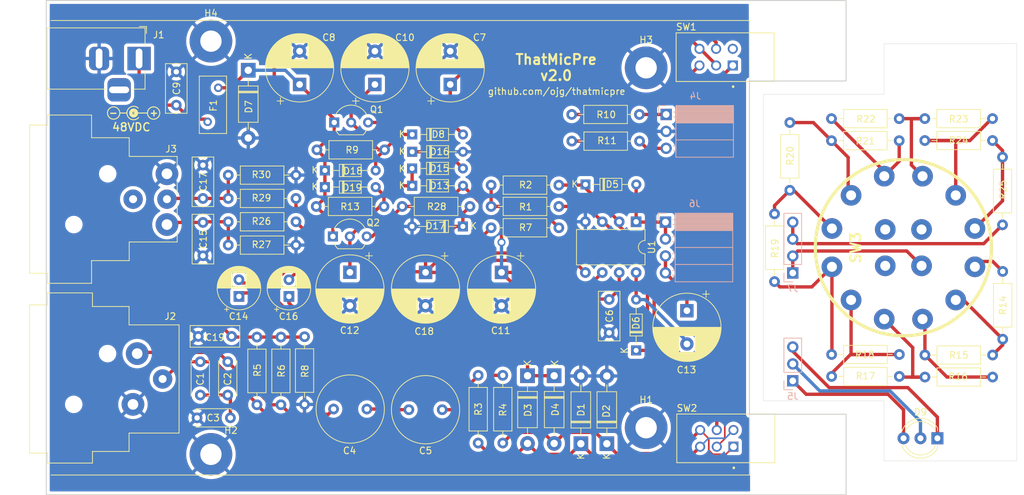
<source format=kicad_pcb>
(kicad_pcb (version 20211014) (generator pcbnew)
  (title_block (title "THAT MicPre") (date "2020-04-13") (rev "A") (company "OJG"))
  (layers (0 "F.Cu" signal) (31 "B.Cu" signal) (34 "B.Paste" user) (35 "F.Paste" user) (36 "B.SilkS" user "B.Silkscreen") (37 "F.SilkS" user "F.Silkscreen") (38 "B.Mask" user) (39 "F.Mask" user) (44 "Edge.Cuts" user))
  (net 0 "")
  (net 1 "Net-(C1-Pad1)")
  (net 2 "Net-(C1-Pad2)")
  (net 3 "GND")
  (net 4 "Net-(C4-Pad2)")
  (net 5 "Net-(C5-Pad2)")
  (net 6 "/V36P")
  (net 7 "/V48P")
  (net 8 "/VIN")
  (net 9 "Net-(C9-Pad1)")
  (net 10 "Net-(C10-Pad1)")
  (net 11 "Net-(C12-Pad1)")
  (net 12 "Net-(C14-Pad2)")
  (net 13 "Net-(C16-Pad2)")
  (net 14 "Net-(D1-Pad1)")
  (net 15 "Net-(D2-Pad1)")
  (net 16 "Net-(D15-Pad2)")
  (net 18 "Net-(R1-Pad2)")
  (net 19 "Net-(C13-Pad2)")
  (net 20 "Net-(R10-Pad1)")
  (net 21 "Net-(R14-Pad1)")
  (net 22 "Net-(R14-Pad2)")
  (net 23 "Net-(R15-Pad1)")
  (net 24 "Net-(R16-Pad1)")
  (net 25 "Net-(R17-Pad1)")
  (net 26 "Net-(R18-Pad1)")
  (net 27 "Net-(R19-Pad1)")
  (net 28 "Net-(R20-Pad1)")
  (net 29 "Net-(R21-Pad1)")
  (net 30 "Net-(R22-Pad1)")
  (net 31 "Net-(R23-Pad1)")
  (net 32 "Net-(R24-Pad1)")
  (net 33 "Net-(D5-Pad1)")
  (net 34 "Net-(D6-Pad1)")
  (net 35 "Net-(C13-Pad1)")
  (net 36 "Net-(C17-Pad1)")
  (net 37 "Net-(C14-Pad1)")
  (net 38 "Net-(C2-Pad1)")
  (net 39 "Net-(D5-Pad2)")
  (net 40 "Net-(C15-Pad1)")
  (net 41 "/V18P")
  (net 42 "Net-(D9-Pad1)")
  (net 43 "Net-(D9-Pad2)")
  (net 44 "Net-(D9-Pad3)")
  (net 45 "Net-(C19-Pad1)")
  (net 46 "Net-(J4-Pad3)")
  (net 47 "Net-(J4-Pad1)")
  (net 48 "Net-(J7-Pad3)")
  (net 49 "Net-(R11-Pad1)")
  (net 51 "Net-(J7-Pad1)")
  (footprint "Resistor_THT:R_Axial_DIN0207_L6.3mm_D2.5mm_P10.16mm_Horizontal" (layer "F.Cu") (at 225.27 59.21128 180)
    (fp_text reference "R24")
    (fp_text value "8R2")
  )
  (footprint "Capacitor_THT:CP_Radial_D10.0mm_P5.00mm" (layer "F.Cu") (at 132.6 50.8 90)
    (fp_text reference "C10")
    (fp_text value "220u-63V")
  )
  (footprint "Capacitor_THT:C_Rect_L7.2mm_W3.0mm_P5.00mm_FKS2_FKP2_MKS2_MKP2" (layer "F.Cu") (at 167.75 83.05 -90)
    (fp_text reference "C6")
    (fp_text value "100n")
  )
  (footprint "Package_TO_SOT_THT:TO-92_Inline_Wide" (layer "F.Cu") (at 126.3 73.6)
    (fp_text reference "Q2")
    (fp_text value "BC546CTA")
  )
  (footprint "Resistor_THT:R_Axial_DIN0207_L6.3mm_D2.5mm_P10.16mm_Horizontal" (layer "F.Cu") (at 160.2 69.1 180)
    (fp_text reference "R1")
    (fp_text value "1k2-0.1%")
  )
  (footprint "Diode_THT:D_DO-41_SOD81_P10.16mm_Horizontal" (layer "F.Cu") (at 159.5 94.5 -90)
    (fp_text reference "D4")
    (fp_text value "1N4004")
  )
  (footprint "Symbol:Symbol_Barrel_Polarity" (layer "F.Cu") (at 96.4 55.009022)
    (fp_text reference "LOGO4" hide)
    (fp_text value "SYM_Arrow_Normal")
  )
  (footprint "Resistor_THT:R_Axial_DIN0207_L6.3mm_D2.5mm_P10.16mm_Horizontal" (layer "F.Cu") (at 194.856368 56.514 -90)
    (fp_text reference "R20")
    (fp_text value "82R")
  )
  (footprint "Package_DIP:DIP-8_W7.62mm" (layer "F.Cu") (at 171.8 71.4 -90)
    (fp_text reference "U1")
    (fp_text value "THAT1510P08-U")
  )
  (footprint "Resistor_THT:R_Axial_DIN0207_L6.3mm_D2.5mm_P10.16mm_Horizontal" (layer "F.Cu") (at 215.13 94.698544)
    (fp_text reference "R16")
    (fp_text value "1k0")
  )
  (footprint "Resistor_THT:R_Axial_DIN0207_L6.3mm_D2.5mm_P10.16mm_Horizontal" (layer "F.Cu") (at 114.9 88.7 -90)
    (fp_text reference "R5")
    (fp_text value "6k8-0.1%-0.5W")
  )
  (footprint "Capacitor_THT:CP_Radial_D10.0mm_P5.00mm" (layer "F.Cu") (at 151.6 79 -90)
    (fp_text reference "C11")
    (fp_text value "220u-63V")
  )
  (footprint "Capacitor_THT:CP_Radial_D6.3mm_P2.50mm" (layer "F.Cu") (at 119.7 82.6 90)
    (fp_text reference "C16")
    (fp_text value "47u-50V")
  )
  (footprint "Resistor_THT:R_Axial_DIN0207_L6.3mm_D2.5mm_P10.16mm_Horizontal" (layer "F.Cu") (at 211.27 59.233096 180)
    (fp_text reference "R21")
    (fp_text value "47R")
  )
  (footprint "Resistor_THT:R_Axial_DIN0207_L6.3mm_D2.5mm_P10.16mm_Horizontal" (layer "F.Cu") (at 151.79 104.6 90)
    (fp_text reference "R4")
    (fp_text value "10R-1W")
  )
  (footprint "Capacitor_THT:C_Disc_D5.0mm_W2.5mm_P5.00mm" (layer "F.Cu") (at 106.4 92.4 -90)
    (fp_text reference "C1")
    (fp_text value "470p")
  )
  (footprint "Symbol:Symbol_CreativeCommons_CopperTop_Type2_Small" (layer "F.Cu") (at 141.25486 90.53094)
    (fp_text reference "LOGO3" hide)
    (fp_text value "Logo_Open_Hardware_Small")
  )
  (footprint "Diode_THT:D_DO-41_SOD81_P10.16mm_Horizontal" (layer "F.Cu") (at 155.5 94.5 -90)
    (fp_text reference "D3")
    (fp_text value "1N4004")
  )
  (footprint "Fuse:Fuse_BelFuse_0ZRE0005FF_L8.3mm_W3.8mm" (layer "F.Cu") (at 107.5 56.4 90)
    (fp_text reference "F1")
    (fp_text value "0ZRC0015FF1E")
  )
  (footprint "Capacitor_THT:C_Rect_L7.2mm_W3.0mm_P5.00mm_FKS2_FKP2_MKS2_MKP2" (layer "F.Cu") (at 106.8 71.5 -90)
    (fp_text reference "C15")
    (fp_text value "10n")
  )
  (footprint "Symbol:Symbol_CC-Attribution_CopperTop_Small" (layer "F.Cu") (at 127.69486 90.43094)
    (fp_text reference "LOGO2" hide)
    (fp_text value "Logo_Open_Hardware_Small")
  )
  (footprint "Capacitor_THT:C_Rect_L7.2mm_W3.0mm_P5.00mm_FKS2_FKP2_MKS2_MKP2" (layer "F.Cu") (at 102.8 53.9 90)
    (fp_text reference "C9")
    (fp_text value "10n")
  )
  (footprint "Resistor_THT:R_Axial_DIN0207_L6.3mm_D2.5mm_P10.16mm_Horizontal" (layer "F.Cu") (at 148.1 104.6 90)
    (fp_text reference "R3")
    (fp_text value "10R-1W")
  )
  (footprint "my_kicad_footprints:SW_PBH2UEESNPNAGX" (layer "F.Cu") (at 186.3 47.95)
    (fp_text reference "SW1")
    (fp_text value "PBH2UEESNPNAGX")
  )
  (footprint "Capacitor_THT:CP_Radial_D6.3mm_P2.50mm" (layer "F.Cu") (at 112.2 82.6 90)
    (fp_text reference "C14")
    (fp_text value "47u-50V")
  )
  (footprint "Diode_THT:D_DO-34_SOD68_P7.62mm_Horizontal" (layer "F.Cu") (at 125.1 63.7)
    (fp_text reference "D18")
    (fp_text value "1N4148")
  )
  (footprint "Capacitor_THT:C_Radial_D10.0mm_H16.0mm_P5.00mm" (layer "F.Cu") (at 126.4 99.5)
    (fp_text reference "C4")
    (fp_text value "47u-63V-BP")
  )
  (footprint "Diode_THT:D_DO-34_SOD68_P7.62mm_Horizontal" (layer "F.Cu") (at 138.2 60.9)
    (fp_text reference "D16")
    (fp_text value "18V")
  )
  (footprint "Connector_Audio:Jack_XLR_Neutrik_NC3FBH1_Horizontal" (layer "F.Cu") (at 96.3 98.8 180)
    (fp_text reference "J2")
    (fp_text value "NC3FBH1")
  )
  (footprint "Resistor_THT:R_Axial_DIN0207_L6.3mm_D2.5mm_P10.16mm_Horizontal" (layer "F.Cu") (at 122.046 88.644 -90)
    (fp_text reference "R8")
    (fp_text value "47k")
  )
  (footprint "Diode_THT:D_DO-41_SOD81_P10.16mm_Horizontal" (layer "F.Cu") (at 163.5 104.7 90)
    (fp_text reference "D1")
    (fp_text value "1N4004")
  )
  (footprint "Diode_THT:D_DO-34_SOD68_P7.62mm_Horizontal" (layer "F.Cu") (at 171.8 90.7 90)
    (fp_text reference "D6")
    (fp_text value "1N4148")
  )
  (footprint "Capacitor_THT:C_Rect_L7.2mm_W3.0mm_P5.00mm_FKS2_FKP2_MKS2_MKP2" (layer "F.Cu") (at 111.1 88.6 180)
    (fp_text reference "C19")
    (fp_text value "100n")
  )
  (footprint "MountingHole:MountingHole_3.2mm_M3_Pad" (layer "F.Cu") (at 173.3 48.3)
    (fp_text reference "H3")
    (fp_text value "M3")
  )
  (footprint "Diode_THT:D_DO-41_SOD81_P10.16mm_Horizontal" (layer "F.Cu") (at 113.6 48.668 -90)
    (fp_text reference "D7")
    (fp_text value "1N4004")
  )
  (footprint "Resistor_THT:R_Axial_DIN0207_L6.3mm_D2.5mm_P10.16mm_Horizontal" (layer "F.Cu") (at 215.13 91.391272)
    (fp_text reference "R15")
    (fp_text value "2k7")
  )
  (footprint "Diode_THT:D_DO-34_SOD68_P7.62mm_Horizontal" (layer "F.Cu") (at 145.8 72.1 180)
    (fp_text reference "D17")
    (fp_text value "18V")
  )
  (footprint "Resistor_THT:R_Axial_DIN0207_L6.3mm_D2.5mm_P10.16mm_Horizontal" (layer "F.Cu") (at 123.9 60.6)
    (fp_text reference "R9")
    (fp_text value "10k")
  )
  (footprint "Capacitor_THT:C_Radial_D10.0mm_H16.0mm_P5.00mm" (layer "F.Cu") (at 137.7 99.6)
    (fp_text reference "C5")
    (fp_text value "47u-63V-BP")
  )
  (footprint "Resistor_THT:R_Axial_DIN0207_L6.3mm_D2.5mm_P10.16mm_Horizontal" (layer "F.Cu") (at 162.13 55.3)
    (fp_text reference "R10")
    (fp_text value "22k")
  )
  (footprint "Package_TO_SOT_THT:TO-92_Inline_Wide" (layer "F.Cu") (at 126.5 56.5)
    (fp_text reference "Q1")
    (fp_text value "BC546CTA")
  )
  (footprint "Resistor_THT:R_Axial_DIN0207_L6.3mm_D2.5mm_P10.16mm_Horizontal" (layer "F.Cu") (at 118.5 88.7 -90)
    (fp_text reference "R6")
    (fp_text value "6k8-0.1%-0.5W")
  )
  (footprint "Resistor_THT:R_Axial_DIN0207_L6.3mm_D2.5mm_P10.16mm_Horizontal" (layer "F.Cu") (at 201.13 94.605816)
    (fp_text reference "R17")
    (fp_text value "560R")
  )
  (footprint "Capacitor_THT:CP_Radial_D10.0mm_P5.00mm" (layer "F.Cu") (at 143.9 50.8 90)
    (fp_text reference "C7")
    (fp_text value "220u-63V")
  )
  (footprint "Resistor_THT:R_Axial_DIN0207_L6.3mm_D2.5mm_P10.16mm_Horizontal" (layer "F.Cu") (at 110.6 64.4)
    (fp_text reference "R30")
    (fp_text value "10k")
  )
  (footprint "Resistor_THT:R_Axial_DIN0207_L6.3mm_D2.5mm_P10.16mm_Horizontal" (layer "F.Cu") (at 123.8 69.1)
    (fp_text reference "R13")
    (fp_text value "10k")
  )
  (footprint "Resistor_THT:R_Axial_DIN0207_L6.3mm_D2.5mm_P10.16mm_Horizontal" (layer "F.Cu") (at 162.15 59.3)
    (fp_text reference "R11")
    (fp_text value "22k")
  )
  (footprint "Resistor_THT:R_Axial_DIN0207_L6.3mm_D2.5mm_P10.16mm_Horizontal" (layer "F.Cu") (at 192.56364 70.214 -90)
    (fp_text reference "R19")
    (fp_text value "150R")
  )
  (footprint "Diode_THT:D_DO-34_SOD68_P7.62mm_Horizontal" (layer "F.Cu") (at 125.1 66.2)
    (fp_text reference "D19")
    (fp_text value "1N4148")
  )
  (footprint "Resistor_THT:R_Axial_DIN0207_L6.3mm_D2.5mm_P10.16mm_Horizontal" (layer "F.Cu") (at 201.13 91.313088)
    (fp_text reference "R18")
    (fp_text value "270R")
  )
  (footprint "Resistor_THT:R_Axial_DIN0207_L6.3mm_D2.5mm_P10.16mm_Horizontal" (layer "F.Cu") (at 136.7 69.1)
    (fp_text reference "R28")
    (fp_text value "4k7")
  )
  (footprint "Capacitor_THT:CP_Radial_D10.0mm_P5.00mm" (layer "F.Cu") (at 121.3 50.8 90)
    (fp_text reference "C8")
    (fp_text value "220u-63V")
  )
  (footprint "my_kicad_footprints:SW_PBH2UEESNPNAGX" (layer "F.Cu") (at 186.4 105.15)
    (fp_text reference "SW2")
    (fp_text value "PBH2UEESNPNAGX")
  )
  (footprint "my_kicad_footprints:LORINCK1049" (layer "F.Cu") (at 211.9 75.284 90)
    (fp_text reference "SW3")
    (fp_text value "SR2612F-0112-38F5B-D8-S" hide)
  )
  (footprint "Symbol:OSHW-Symbol_6.7x6mm_Copper" (layer "F.Cu") (at 134.540609 90.444845)
    (fp_text reference "LOGO1" hide)
    (fp_text value "Logo_Open_Hardware_Small" hide)
  )
  (footprint "Diode_THT:D_DO-34_SOD68_P7.62mm_Horizontal" (layer "F.Cu") (at 138.185 63.4)
    (fp_text reference "D15")
    (fp_text value "18V")
  )
  (footprint "Resistor_THT:R_Axial_DIN0207_L6.3mm_D2.5mm_P10.16mm_Horizontal" (layer "F.Cu") (at 226.8 89.014 90)
    (fp_text reference "R14")
    (fp_text value "1M0")
  )
  (footprint "Capacitor_THT:C_Disc_D5.0mm_W2.5mm_P5.00mm" (layer "F.Cu") (at 110.52 92.4 -90)
    (fp_text reference "C2")
    (fp_text value "470p")
  )
  (footprint "Capacitor_THT:C_Rect_L7.2mm_W3.0mm_P5.00mm_FKS2_FKP2_MKS2_MKP2" (layer "F.Cu") (at 106.8 67.9 90)
    (fp_text reference "C17")
    (fp_text value "10n")
  )
  (footprint "Resistor_THT:R_Axial_DIN0207_L6.3mm_D2.5mm_P10.16mm_Horizontal" (layer "F.Cu") (at 160.2 65.9 180)
    (fp_text reference "R2")
    (fp_text value "1k2-0.1%")
  )
  (footprint "Capacitor_THT:CP_Radial_D10.0mm_P5.00mm" (layer "F.Cu") (at 179.416 84.738646 -90)
    (fp_text reference "C13")
    (fp_text value "3300u-6V3")
  )
  (footprint "Connector_Audio:Jack_XLR_Neutrik_NC3MBH_Horizontal" (layer "F.Cu") (at 101.4 64.2 -90)
    (fp_text reference "J3")
    (fp_text value "NC3MBH1")
  )
  (footprint "MountingHole:MountingHole_3.2mm_M3_Pad" (layer "F.Cu") (at 108 106.3)
    (fp_text reference "H2")
    (fp_text value "M3")
  )
  (footprint "Resistor_THT:R_Axial_DIN0207_L6.3mm_D2.5mm_P10.16mm_Horizontal" (layer "F.Cu") (at 160.2 72.3 180)
    (fp_text reference "R7")
    (fp_text value "22k")
  )
  (footprint "Resistor_THT:R_Axial_DIN0207_L6.3mm_D2.5mm_P10.16mm_Horizontal" (layer "F.Cu") (at 226.77 61.704 -90)
    (fp_text reference "R25")
    (fp_text value "10R")
  )
  (footprint "Diode_THT:D_DO-34_SOD68_P7.62mm_Horizontal" (layer "F.Cu") (at 138.2 58.3)
    (fp_text reference "D8")
    (fp_text value "1N4148")
  )
  (footprint "Resistor_THT:R_Axial_DIN0207_L6.3mm_D2.5mm_P10.16mm_Horizontal" (layer "F.Cu") (at 110.6 74.9)
    (fp_text reference "R27")
    (fp_text value "10k")
  )
  (footprint "Connector_BarrelJack:BarrelJack_Horizontal" (layer "F.Cu") (at 97.22 46.905)
    (fp_text reference "J1")
    (fp_text value "CON-SOCJ-2155")
  )
  (footprint "Diode_THT:D_DO-41_SOD81_P10.16mm_Horizontal" (layer "F.Cu") (at 167.4 104.7 90)
    (fp_text reference "D2")
    (fp_text value "1N4004")
  )
  (footprint "Resistor_THT:R_Axial_DIN0207_L6.3mm_D2.5mm_P10.16mm_Horizontal" (layer "F.Cu") (at 110.6 71.4)
    (fp_text reference "R26")
    (fp_text value "100R")
  )
  (footprint "Resistor_THT:R_Axial_DIN0207_L6.3mm_D2.5mm_P10.16mm_Horizontal" (layer "F.Cu") (at 110.6 67.9)
    (fp_text reference "R29")
    (fp_text value "100R")
  )
  (footprint "Resistor_THT:R_Axial_DIN0207_L6.3mm_D2.5mm_P10.16mm_Horizontal" (layer "F.Cu") (at 211.27 55.925824 180)
    (fp_text reference "R22")
    (fp_text value "27R")
  )
  (footprint "Resistor_THT:R_Axial_DIN0207_L6.3mm_D2.5mm_P10.16mm_Horizontal" (layer "F.Cu") (at 225.27 55.918552 180)
    (fp_text reference "R23")
    (fp_text value "15R")
  )
  (footprint "MountingHole:MountingHole_3.2mm_M3_Pad" (layer "F.Cu") (at 173.3 102.3)
    (fp_text reference "H1")
    (fp_text value "M3")
  )
  (footprint "Diode_THT:D_DO-34_SOD68_P7.62mm_Horizontal" (layer "F.Cu") (at 164.2 65.8)
    (fp_text reference "D5")
    (fp_text value "1N4148")
  )
  (footprint "MountingHole:MountingHole_3.2mm_M3_Pad" (layer "F.Cu") (at 108 44.3)
    (fp_text reference "H4")
    (fp_text value "M3")
  )
  (footprint "LED_THT:LED_D5.0mm-3" (layer "F.Cu") (at 217 103.884 180)
    (fp_text reference "D9")
    (fp_text value "LED_Dual_AKA")
  )
  (footprint "Diode_THT:D_DO-34_SOD68_P7.62mm_Horizontal" (layer "F.Cu") (at 138.2 66)
    (fp_text reference "D13")
    (fp_text value "1N4148")
  )
  (footprint "Capacitor_THT:CP_Radial_D10.0mm_P5.00mm" (layer "F.Cu") (at 128.85 78.984646 -90)
    (fp_text reference "C12")
    (fp_text value "220u-63V")
  )
  (footprint "Capacitor_THT:C_Disc_D5.0mm_W2.5mm_P5.00mm" (layer "F.Cu") (at 110.92 100.82 180)
    (fp_text reference "C3")
    (fp_text value "47p")
  )
  (footprint "Capacitor_THT:CP_Radial_D10.0mm_P5.00mm" (layer "F.Cu") (at 140.2 79 -90)
    (fp_text reference "C18")
    (fp_text value "1000u-25V")
  )
  (footprint "Connector_PinSocket_2.54mm:PinSocket_1x04_P2.54mm_Horizontal" (layer "B.Cu") (at 176.2 71.45 180)
    (fp_text reference "J6")
    (fp_text value "Conn_01x04_Female")
  )
  (footprint "Connector_PinHeader_2.54mm:PinHeader_1x03_P2.54mm_Vertical" (layer "B.Cu") (at 195.3 95.268)
    (fp_text reference "J5")
    (fp_text value "Conn_01x03_Male")
  )
  (footprint "Connector_PinSocket_2.54mm:PinSocket_1x03_P2.54mm_Horizontal" (layer "B.Cu") (at 176.3 55.3 180)
    (fp_text reference "J4")
    (fp_text value "Conn_01x03_Female")
  )
  (footprint "Connector_PinHeader_2.54mm:PinHeader_1x04_P2.54mm_Vertical" (layer "B.Cu") (at 195.3 79.084)
    (fp_text reference "J7")
    (fp_text value "Conn_01x04_Male")
  )
  (gr_line (start 84 41.2) (end 188.8 41.2) (layer "F.SilkS") (width 0.12))
  (gr_line (start 188.8 109.4) (end 188.8 41.2) (layer "F.SilkS") (width 0.12))
  (gr_line (start 84 109.4) (end 188.8 109.4) (layer "F.SilkS") (width 0.12))
  (gr_line (start 83.3 38.2) (end 83.3 112.368) (layer "Edge.Cuts") (width 0.15))
  (gr_line (start 203.3 112.368) (end 83.3 112.368) (layer "Edge.Cuts") (width 0.15))
  (gr_line (start 188.8 100.284) (end 188.8 50.284) (layer "Edge.Cuts") (width 0.15))
  (gr_line (start 203.3 38.2) (end 83.3 38.2) (layer "Edge.Cuts") (width 0.15))
  (gr_line (start 209 107.284) (end 228.9 107.284) (layer "Edge.Cuts") (width 0.05))
  (gr_line (start 228.9 44.668) (end 209 44.684) (layer "Edge.Cuts") (width 0.05))
  (gr_line (start 190.9 98.284) (end 209 98.284) (layer "Edge.Cuts") (width 0.05))
  (gr_line (start 203.3 50.284) (end 203.3 38.2) (layer "Edge.Cuts") (width 0.15))
  (gr_line (start 203.3 112.368) (end 203.3 100.284) (layer "Edge.Cuts") (width 0.15))
  (gr_line (start 188.8 100.284) (end 203.3 100.284) (layer "Edge.Cuts") (width 0.15))
  (gr_line (start 209 52.284) (end 209 44.684) (layer "Edge.Cuts") (width 0.05))
  (gr_line (start 190.9 52.284) (end 209 52.284) (layer "Edge.Cuts") (width 0.05))
  (gr_line (start 228.9 107.284) (end 228.9 74.668) (layer "Edge.Cuts") (width 0.05))
  (gr_line (start 228.9 74.668) (end 228.9 44.668) (layer "Edge.Cuts") (width 0.05))
  (gr_line (start 209 98.284) (end 209 107.284) (layer "Edge.Cuts") (width 0.05))
  (gr_line (start 188.8 50.284) (end 203.3 50.284) (layer "Edge.Cuts") (width 0.15))
  (gr_line (start 190.9 52.284) (end 190.9 98.284) (layer "Edge.Cuts") (width 0.05))
  (gr_text "github.com/ojg/thatmicpre" (at 159.864 51.841) (layer "F.SilkS") (effects (font (size 1 1))))
  (gr_text "-" (at 93.352 55.055) (layer "F.SilkS") (effects (font (size 1 1) (thickness 0.2))))
  (gr_text "ThatMicPre\nv2.0" (at 159.791 48.258) (layer "F.SilkS") (effects (font (size 1.5 1.5) (thickness 0.3))))
  (gr_text "+" (at 99.448 55.055) (layer "F.SilkS") (effects (font (size 1 1) (thickness 0.2))))
  (gr_text "48VDC" (at 96.053 57.209) (layer "F.SilkS") (effects (font (size 1.2 1.2) (thickness 0.2))))
  (segment (start 133.5 101.384) (end 117.424 101.384) (width 0.5) (layer "F.Cu") (net 1))
  (segment (start 117.424 101.384) (end 114.9 98.86) (width 0.5) (layer "F.Cu") (net 1))
  (segment (start 137.7 99.6) (end 135.284 99.6) (width 0.5) (layer "F.Cu") (net 1))
  (segment (start 103.54 92.4) (end 100.75 95.19) (width 0.5) (layer "F.Cu") (net 1))
  (segment (start 114.9 98.7) (end 108.6 92.4) (width 0.5) (layer "F.Cu") (net 1))
  (segment (start 114.9 98.86) (end 114.9 98.7) (width 0.5) (layer "F.Cu") (net 1))
  (segment (start 108.6 92.4) (end 106.4 92.4) (width 0.5) (layer "F.Cu") (net 1))
  (segment (start 106.4 92.4) (end 103.54 92.4) (width 0.5) (layer "F.Cu") (net 1))
  (segment (start 135.284 99.6) (end 133.5 101.384) (width 0.5) (layer "F.Cu") (net 1))
  (segment (start 110.92 100.82) (end 110.92 97.8) (width 0.5) (layer "F.Cu") (net 2))
  (segment (start 110.52 97.4) (end 106.4 97.4) (width 0.5) (layer "F.Cu") (net 2))
  (segment (start 110.92 97.8) (end 110.52 97.4) (width 0.5) (layer "F.Cu") (net 2))
  (segment (start 133.784 99.5) (end 131.4 99.5) (width 0.5) (layer "F.Cu") (net 4))
  (segment (start 148.1 94.5) (end 144.516 98.084) (width 0.5) (layer "F.Cu") (net 4))
  (segment (start 144.516 98.084) (end 135.2 98.084) (width 0.5) (layer "F.Cu") (net 4))
  (segment (start 148.1 94.44) (end 148.1 94.5) (width 0.5) (layer "F.Cu") (net 4))
  (segment (start 135.2 98.084) (end 133.784 99.5) (width 0.5) (layer "F.Cu") (net 4))
  (segment (start 150.26 94.44) (end 145.1 99.6) (width 0.5) (layer "F.Cu") (net 5))
  (segment (start 151.79 94.44) (end 150.26 94.44) (width 0.5) (layer "F.Cu") (net 5))
  (segment (start 145.1 99.6) (end 142.7 99.6) (width 0.5) (layer "F.Cu") (net 5))
  (segment (start 167.7 83) (end 167.75 83.05) (width 0.5) (layer "F.Cu") (net 6))
  (segment (start 155.5 82.9) (end 151.6 79) (width 0.5) (layer "F.Cu") (net 6))
  (segment (start 167.75 83.05) (end 169.26 81.54) (width 0.5) (layer "F.Cu") (net 6))
  (segment (start 151.6 79) (end 157.116 79) (width 0.5) (layer "F.Cu") (net 6))
  (segment (start 142.72 69.1) (end 145.82 66) (width 0.5) (layer "F.Cu") (net 6))
  (segment (start 150.9 70.684) (end 149.4 70.684) (width 0.5) (layer "F.Cu") (net 6))
  (segment (start 148.5 68.68) (end 145.82 66) (width 0.5) (layer "F.Cu") (net 6))
  (segment (start 155.5 94.5) (end 159.5 94.5) (width 0.5) (layer "F.Cu") (net 6))
  (segment (start 132.2 73.6) (end 136.7 69.1) (width 0.5) (layer "F.Cu") (net 6))
  (segment (start 161.116 83) (end 167.7 83) (width 0.5) (layer "F.Cu") (net 6))
  (segment (start 148.5 69.784) (end 148.5 68.68) (width 0.5) (layer "F.Cu") (net 6))
  (segment (start 157.116 79) (end 161.116 83) (width 0.5) (layer "F.Cu") (net 6))
  (segment (start 155.5 94.5) (end 155.5 82.9) (width 0.5) (layer "F.Cu") (net 6))
  (segment (start 151.6 74.484) (end 151.6 71.384) (width 0.5) (layer "F.Cu") (net 6))
  (segment (start 151.6 71.384) (end 150.9 70.684) (width 0.5) (layer "F.Cu") (net 6))
  (segment (start 169.26 81.54) (end 169.26 79.02) (width 0.5) (layer "F.Cu") (net 6))
  (segment (start 136.7 69.1) (end 142.72 69.1) (width 0.5) (layer "F.Cu") (net 6))
  (segment (start 131.38 73.6) (end 132.2 73.6) (width 0.5) (layer "F.Cu") (net 6))
  (segment (start 149.4 70.684) (end 148.5 69.784) (width 0.5) (layer "F.Cu") (net 6))
  (via (at 151.6 74.484) (size 1.2) (drill 0.75) (layers "F.Cu" "B.Cu") (net 6))
  (segment (start 151.6 79) (end 151.6 74.484) (width 0.5) (layer "B.Cu") (net 6))
  (segment (start 131.58 56.5) (end 143.9 56.5) (width 0.5) (layer "F.Cu") (net 7))
  (segment (start 145.82 58.3) (end 143.9 56.38) (width 0.5) (layer "F.Cu") (net 7))
  (segment (start 143.9 56.38) (end 143.9 50.8) (width 0.5) (layer "F.Cu") (net 7))
  (segment (start 180.034 44.084) (end 150.616 44.084) (width 0.5) (layer "F.Cu") (net 7))
  (segment (start 150.616 44.084) (end 143.9 50.8) (width 0.5) (layer "F.Cu") (net 7))
  (segment (start 183.8 47.85) (end 180.034 44.084) (width 0.5) (layer "F.Cu") (net 7))
  (segment (start 143.9 56.5) (end 143.9 50.8) (width 0.5) (layer "F.Cu") (net 7))
  (segment (start 125.1 61.8) (end 123.9 60.6) (width 0.5) (layer "F.Cu") (net 8))
  (segment (start 126.5 56) (end 121.3 50.8) (width 0.5) (layer "F.Cu") (net 8))
  (segment (start 125.1 67.8) (end 125.1 66.2) (width 0.5) (layer "F.Cu") (net 8))
  (segment (start 126.5 58) (end 126.5 56.5) (width 0.5) (layer "F.Cu") (net 8))
  (segment (start 125.1 63.7) (end 125.1 61.8) (width 0.5) (layer "F.Cu") (net 8))
  (segment (start 123.8 69.1) (end 125.1 67.8) (width 0.5) (layer "F.Cu") (net 8))
  (segment (start 110.968 51.3) (end 113.6 48.668) (width 0.5) (layer "F.Cu") (net 8))
  (segment (start 126.3 73.6) (end 126.3 71.6) (width 0.5) (layer "F.Cu") (net 8))
  (segment (start 126.3 71.6) (end 123.8 69.1) (width 0.5) (layer "F.Cu") (net 8))
  (segment (start 123.9 60.6) (end 126.5 58) (width 0.5) (layer "F.Cu") (net 8))
  (segment (start 126.5 56.5) (end 126.5 56) (width 0.5) (layer "F.Cu") (net 8))
  (segment (start 109.1 51.3) (end 110.968 51.3) (width 0.5) (layer "F.Cu") (net 8))
  (segment (start 125.1 66.2) (end 125.1 63.7) (width 0.5) (layer "F.Cu") (net 8))
  (segment (start 119.168 48.668) (end 121.3 50.8) (width 0.5) (layer "B.Cu") (net 8))
  (segment (start 113.6 48.668) (end 119.168 48.668) (width 0.5) (layer "B.Cu") (net 8))
  (segment (start 102.8 53.9) (end 104.9 56) (width 0.5) (layer "F.Cu") (net 9))
  (segment (start 104.9 56) (end 107.1 56) (width 0.5) (layer "F.Cu") (net 9))
  (segment (start 107.1 56) (end 107.5 56.4) (width 0.5) (layer "F.Cu") (net 9))
  (segment (start 97.22 46.905) (end 97.22 50.42) (width 0.5) (layer "F.Cu") (net 9))
  (segment (start 97.22 50.42) (end 100.7 53.9) (width 0.5) (layer "F.Cu") (net 9))
  (segment (start 100.7 53.9) (end 102.8 53.9) (width 0.5) (layer "F.Cu") (net 9))
  (segment (start 133.14 60.6) (end 129.04 56.5) (width 0.5) (layer "F.Cu") (net 10))
  (segment (start 136.36 58.3) (end 138.2 58.3) (width 0.5) (layer "F.Cu") (net 10))
  (segment (start 129.04 54.36) (end 132.6 50.8) (width 0.5) (layer "F.Cu") (net 10))
  (segment (start 132.72 63.7) (end 132.72 61.94) (width 0.5) (layer "F.Cu") (net 10))
  (segment (start 134.06 60.6) (end 136.36 58.3) (width 0.5) (layer "F.Cu") (net 10))
  (segment (start 134.06 60.6) (end 133.14 60.6) (width 0.5) (layer "F.Cu") (net 10))
  (segment (start 132.72 61.94) (end 134.06 60.6) (width 0.5) (layer "F.Cu") (net 10))
  (segment (start 129.04 56.5) (end 129.04 54.36) (width 0.5) (layer "F.Cu") (net 10))
  (segment (start 128.85 73.61) (end 128.84 73.6) (width 0.5) (layer "F.Cu") (net 11))
  (segment (start 133.96 67.44) (end 132.72 66.2) (width 0.5) (layer "F.Cu") (net 11))
  (segment (start 133.96 67.44) (end 135.4 66) (width 0.5) (layer "F.Cu") (net 11))
  (segment (start 133.96 69.1) (end 133.96 67.44) (width 0.5) (layer "F.Cu") (net 11))
  (segment (start 128.84 73.6) (end 133.34 69.1) (width 0.5) (layer "F.Cu") (net 11))
  (segment (start 135.4 66) (end 138.2 66) (width 0.5) (layer "F.Cu") (net 11))
  (segment (start 128.85 78.984646) (end 128.85 73.61) (width 0.5) (layer "F.Cu") (net 11))
  (segment (start 138.185 63.4) (end 138.185 65.985) (width 0.5) (layer "F.Cu") (net 11))
  (segment (start 138.185 65.985) (end 138.2 66) (width 0.5) (layer "F.Cu") (net 11))
  (segment (start 133.34 69.1) (end 133.96 69.1) (width 0.5) (layer "F.Cu") (net 11))
  (segment (start 119.184 78.8) (end 122.5 75.484) (width 0.5) (layer "F.Cu") (net 12))
  (segment (start 112.684 80.584) (end 117.4 80.584) (width 0.5) (layer "F.Cu") (net 12))
  (segment (start 118.4 79.584) (end 118.4 79.561522) (width 0.5) (layer "F.Cu") (net 12))
  (segment (start 118.4 79.561522) (end 119.161522 78.8) (width 0.5) (layer "F.Cu") (net 12))
  (segment (start 122.5 75.484) (end 122.5 73.14) (width 0.5) (layer "F.Cu") (net 12))
  (segment (start 122.5 73.14) (end 120.76 71.4) (width 0.5) (layer "F.Cu") (net 12))
  (segment (start 112.2 80.1) (end 112.684 80.584) (width 0.5) (layer "F.Cu") (net 12))
  (segment (start 119.161522 78.8) (end 119.184 78.8) (width 0.5) (layer "F.Cu") (net 12))
  (segment (start 117.4 80.584) (end 118.4 79.584) (width 0.5) (layer "F.Cu") (net 12))
  (segment (start 120.76 69.16) (end 120.76 67.9) (width 0.5) (layer "F.Cu") (net 13))
  (segment (start 123.7 76.1) (end 123.7 72.1) (width 0.5) (layer "F.Cu") (net 13))
  (segment (start 119.7 80.1) (end 123.7 76.1) (width 0.5) (layer "F.Cu") (net 13))
  (segment (start 123.7 72.1) (end 120.76 69.16) (width 0.5) (layer "F.Cu") (net 13))
  (segment (start 153.86 106.3) (end 149.8 106.3) (width 0.5) (layer "F.Cu") (net 14))
  (segment (start 179.466 107.084) (end 181.4 105.15) (width 0.5) (layer "F.Cu") (net 14))
  (segment (start 149.8 106.3) (end 148.1 104.6) (width 0.5) (layer "F.Cu") (net 14))
  (segment (start 161.9 106.3) (end 157.14 106.3) (width 0.5) (layer "F.Cu") (net 14))
  (segment (start 163.5 104.7) (end 161.9 106.3) (width 0.5) (layer "F.Cu") (net 14))
  (segment (start 155.5 104.66) (end 153.86 106.3) (width 0.5) (layer "F.Cu") (net 14))
  (segment (start 157.14 106.3) (end 155.5 104.66) (width 0.5) (layer "F.Cu") (net 14))
  (segment (start 163.5 104.7) (end 165.884 107.084) (width 0.5) (layer "F.Cu") (net 14))
  (segment (start 165.884 107.084) (end 179.466 107.084) (width 0.5) (layer "F.Cu") (net 14))
  (segment (start 186.4 102.65) (end 185.165722 103.884278) (width 0.25) (layer "B.Cu") (net 14))
  (segment (start 185.165722 103.884278) (end 182.665722 103.884278) (width 0.25) (layer "B.Cu") (net 14))
  (segment (start 182.665722 103.884278) (end 181.4 105.15) (width 0.25) (layer "B.Cu") (net 14))
  (segment (start 153.39 103) (end 151.79 104.6) (width 0.5) (layer "F.Cu") (net 15))
  (segment (start 157.84 103) (end 153.39 103) (width 0.5) (layer "F.Cu") (net 15))
  (segment (start 161.16 103) (end 159.5 104.66) (width 0.5) (layer "F.Cu") (net 15))
  (segment (start 168.884 106.184) (end 177.866 106.184) (width 0.5) (layer "F.Cu") (net 15))
  (segment (start 167.4 104.7) (end 168.884 106.184) (width 0.5) (layer "F.Cu") (net 15))
  (segment (start 185.266 106.284) (end 186.4 105.15) (width 0.25) (layer "F.Cu") (net 15))
  (segment (start 165.7 103) (end 161.16 103) (width 0.5) (layer "F.Cu") (net 15))
  (segment (start 159.5 104.66) (end 157.84 103) (width 0.5) (layer "F.Cu") (net 15))
  (segment (start 181.4 102.65) (end 182.7 103.95) (width 0.25) (layer "F.Cu") (net 15))
  (segment (start 183.3 106.284) (end 185.266 106.284) (width 0.25) (layer "F.Cu") (net 15))
  (segment (start 182.7 105.684) (end 183.3 106.284) (width 0.25) (layer "F.Cu") (net 15))
  (segment (start 182.7 103.95) (end 182.7 105.684) (width 0.25) (layer "F.Cu") (net 15))
  (segment (start 167.4 104.7) (end 165.7 103) (width 0.5) (layer "F.Cu") (net 15))
  (segment (start 177.866 106.184) (end 181.4 102.65) (width 0.5) (layer "F.Cu") (net 15))
  (segment (start 138.2 60.9) (end 143.305 60.9) (width 0.5) (layer "F.Cu") (net 16))
  (segment (start 143.305 60.9) (end 145.805 63.4) (width 0.5) (layer "F.Cu") (net 16))
  (segment (start 150.04 69.1) (end 150.04 65.9) (width 0.5) (layer "F.Cu") (net 18))
  (segment (start 157 69.1) (end 150.04 69.1) (width 0.5) (layer "F.Cu") (net 18))
  (segment (start 160.2 72.3) (end 157 69.1) (width 0.5) (layer "F.Cu") (net 18))
  (segment (start 171.8 83.08) (end 171.8 79.02) (width 0.5) (layer "F.Cu") (net 19))
  (segment (start 179.416 89.338646) (end 173.157354 83.08) (width 0.5) (layer "B.Cu") (net 19))
  (segment (start 173.157354 83.08) (end 171.8 83.08) (width 0.5) (layer "B.Cu") (net 19))
  (segment (start 179.416 89.738646) (end 179.416 89.338646) (width 0.5) (layer "B.Cu") (net 19))
  (segment (start 170.7 52.484) (end 167.884 55.3) (width 0.5) (layer "F.Cu") (net 20))
  (segment (start 167.884 55.3) (end 162.13 55.3) (width 0.5) (layer "F.Cu") (net 20))
  (segment (start 181.3 47.95) (end 176.766 52.484) (width 0.5) (layer "F.Cu") (net 20))
  (segment (start 176.766 52.484) (end 170.7 52.484) (width 0.5) (layer "F.Cu") (net 20))
  (segment (start 219.75114 83.13514) (end 220.92114 83.13514) (width 0.5) (layer "F.Cu") (net 21))
  (segment (start 220.92114 83.13514) (end 226.8 89.014) (width 0.5) (layer "F.Cu") (net 21))
  (segment (start 226.8 89.881272) (end 226.8 89.014) (width 0.5) (layer "F.Cu") (net 21))
  (segment (start 225.29 91.391272) (end 226.8 89.881272) (width 0.5) (layer "F.Cu") (net 21))
  (segment (start 225.3 77.354) (end 223.42916 77.354) (width 0.5) (layer "F.Cu") (net 22))
  (segment (start 226.8 78.854) (end 225.3 77.354) (width 0.5) (layer "F.Cu") (net 22))
  (segment (start 223.42916 77.354) (end 222.62388 78.15928) (width 0.5) (layer "F.Cu") (net 22))
  (segment (start 215.13 91.391272) (end 215.13 86.3626) (width 0.5) (layer "F.Cu") (net 23))
  (segment (start 218.437272 94.698544) (end 215.13 91.391272) (width 0.5) (layer "F.Cu") (net 23))
  (segment (start 225.29 94.698544) (end 218.437272 94.698544) (width 0.5) (layer "F.Cu") (net 23))
  (segment (start 215.13 86.3626) (end 214.77528 86.00788) (width 0.5) (layer "F.Cu") (net 23))
  (segment (start 211.39 94.705816) (end 215.221816 94.705816) (width 0.5) (layer "F.Cu") (net 24))
  (segment (start 215.214544 94.698544) (end 215.13 94.698544) (width 0.5) (layer "F.Cu") (net 24))
  (segment (start 211.29 94.605816) (end 211.39 94.705816) (width 0.5) (layer "F.Cu") (net 24))
  (segment (start 215.221816 94.705816) (end 213.121816 94.705816) (width 0.5) (layer "F.Cu") (net 24))
  (segment (start 213.3 94.527632) (end 213.3 90.28316) (width 0.5) (layer "F.Cu") (net 24))
  (segment (start 213.3 90.28316) (end 209.02472 86.00788) (width 0.5) (layer "F.Cu") (net 24))
  (segment (start 213.121816 94.705816) (end 213.3 94.527632) (width 0.5) (layer "F.Cu") (net 24))
  (segment (start 215.221816 94.705816) (end 215.214544 94.698544) (width 0.5) (layer "F.Cu") (net 24))
  (segment (start 201.13 94.605816) (end 201.13 94.154) (width 0.5) (layer "F.Cu") (net 25))
  (segment (start 201.13 94.154) (end 203.970912 91.313088) (width 0.5) (layer "F.Cu") (net 25))
  (segment (start 203.970912 91.313088) (end 206.522728 91.313088) (width 0.5) (layer "F.Cu") (net 25))
  (segment (start 206.522728 91.313088) (end 211.29 91.313088) (width 0.5) (layer "F.Cu") (net 25))
  (segment (start 204.04886 91.313088) (end 204.04886 83.13514) (width 0.5) (layer "F.Cu") (net 25))
  (segment (start 206.522728 91.313088) (end 204.04886 91.313088) (width 0.5) (layer "F.Cu") (net 25))
  (segment (start 192.56364 80.374) (end 193.363639 81.173999) (width 0.5) (layer "F.Cu") (net 26))
  (segment (start 193.363639 81.173999) (end 198.161401 81.173999) (width 0.5) (layer "F.Cu") (net 26))
  (segment (start 201.17612 91.266968) (end 201.13 91.313088) (width 0.5) (layer "F.Cu") (net 26))
  (segment (start 198.161401 81.173999) (end 201.17612 78.15928) (width 0.5) (layer "F.Cu") (net 26))
  (segment (start 201.17612 78.15928) (end 201.17612 91.266968) (width 0.5) (layer "F.Cu") (net 26))
  (segment (start 192.56364 70.214) (end 192.56364 68.966728) (width 0.5) (layer "F.Cu") (net 27))
  (segment (start 192.56364 68.966728) (end 194.856368 66.674) (width 0.5) (layer "F.Cu") (net 27))
  (segment (start 201.17612 72.40872) (end 195.4414 66.674) (width 0.5) (layer "F.Cu") (net 27))
  (segment (start 195.4414 66.674) (end 194.856368 66.674) (width 0.5) (layer "F.Cu") (net 27))
  (segment (start 198.390904 56.514) (end 201.11 59.233096) (width 0.5) (layer "F.Cu") (net 28))
  (segment (start 201.11 59.233096) (end 203.61 61.733096) (width 0.5) (layer "F.Cu") (net 28))
  (segment (start 194.856368 56.514) (end 198.390904 56.514) (width 0.5) (layer "F.Cu") (net 28))
  (segment (start 203.61 66.994) (end 204.04886 67.43286) (width 0.5) (layer "F.Cu") (net 28))
  (segment (start 203.61 61.733096) (end 203.61 66.994) (width 0.5) (layer "F.Cu") (net 28))
  (segment (start 209.02472 63.840544) (end 209.02472 64.56012) (width 0.5) (layer "F.Cu") (net 29))
  (segment (start 201.11 55.925824) (end 209.02472 63.840544) (width 0.5) (layer "F.Cu") (net 29))
  (segment (start 211.27 62.31484) (end 211.27 59.233096) (width 0.5) (layer "F.Cu") (net 29))
  (segment (start 209.02472 64.56012) (end 211.27 62.31484) (width 0.5) (layer "F.Cu") (net 29))
  (segment (start 213.1 55.925824) (end 213.1 62.88484) (width 0.5) (layer "F.Cu") (net 30))
  (segment (start 215.441824 55.925824) (end 213.1 55.925824) (width 0.5) (layer "F.Cu") (net 30))
  (segment (start 213.1 62.88484) (end 214.77528 64.56012) (width 0.5) (layer "F.Cu") (net 30))
  (segment (start 211.27 55.925824) (end 215.441824 55.925824) (width 0.5) (layer "F.Cu") (net 30))
  (segment (start 215.434552 55.918552) (end 215.11 55.918552) (width 0.5) (layer "F.Cu") (net 30))
  (segment (start 215.441824 55.925824) (end 215.434552 55.918552) (width 0.5) (layer "F.Cu") (net 30))
  (segment (start 219.75114 59.21128) (end 219.75114 67.43286) (width 0.5) (layer "F.Cu") (net 31))
  (segment (start 221.877272 59.21128) (end 225.17 55.918552) (width 0.5) (layer "F.Cu") (net 31))
  (segment (start 225.17 55.918552) (end 225.27 55.918552) (width 0.5) (layer "F.Cu") (net 31))
  (segment (start 215.11 59.21128) (end 221.877272 59.21128) (width 0.5) (layer "F.Cu") (net 31))
  (segment (start 215.11 59.21128) (end 219.75114 59.21128) (width 0.5) (layer "F.Cu") (net 31))
  (segment (start 226.77 60.71128) (end 226.77 61.704) (width 0.5) (layer "F.Cu") (net 32))
  (segment (start 225.27 59.21128) (end 226.77 60.71128) (width 0.5) (layer "F.Cu") (net 32))
  (segment (start 222.62388 72.40872) (end 226.77 68.2626) (width 0.5) (layer "F.Cu") (net 32))
  (segment (start 226.77 68.2626) (end 226.77 61.704) (width 0.5) (layer "F.Cu") (net 32))
  (segment (start 185.1 100.784) (end 185.1 101.384) (width 0.5) (layer "F.Cu") (net 33))
  (segment (start 185.1 101.384) (end 185.1 103.95) (width 0.25) (layer "F.Cu") (net 33))
  (segment (start 164.1 65.9) (end 164.2 65.8) (width 0.5) (layer "F.Cu") (net 33))
  (segment (start 164.2 66.34) (end 169.26 71.4) (width 0.5) (layer "F.Cu") (net 33))
  (segment (start 164.2 65.8) (end 164.2 66.34) (width 0.5) (layer "F.Cu") (net 33))
  (segment (start 174.5 90.184) (end 185.1 100.784) (width 0.5) (layer "F.Cu") (net 33))
  (segment (start 169.26 71.4) (end 169.26 72.044) (width 0.5) (layer "F.Cu") (net 33))
  (segment (start 169.26 72.044) (end 174.5 77.284) (width 0.5) (layer "F.Cu") (net 33))
  (segment (start 174.5 77.284) (end 174.5 90.184) (width 0.5) (layer "F.Cu") (net 33))
  (segment (start 160.2 65.9) (end 164.1 65.9) (width 0.5) (layer "F.Cu") (net 33))
  (segment (start 185.1 103.95) (end 183.9 105.15) (width 0.25) (layer "F.Cu") (net 33))
  (segment (start 173.416 90.7) (end 183.9 101.184) (width 0.5) (layer "F.Cu") (net 34))
  (segment (start 171.8 90.7) (end 173.416 90.7) (width 0.5) (layer "F.Cu") (net 34))
  (segment (start 173.5 77.984) (end 166.916 71.4) (width 0.5) (layer "F.Cu") (net 34))
  (segment (start 166.916 71.4) (end 166.72 71.4) (width 0.5) (layer "F.Cu") (net 34))
  (segment (start 160.2 69.1) (end 164.42 69.1) (width 0.5) (layer "F.Cu") (net 34))
  (segment (start 164.42 69.1) (end 166.72 71.4) (width 0.5) (layer "F.Cu") (net 34))
  (segment (start 183.9 101.184) (end 183.9 102.65) (width 0.5) (layer "F.Cu") (net 34))
  (segment (start 173.5 90.684) (end 173.5 77.984) (width 0.5) (layer "F.Cu") (net 34))
  (segment (start 176.2 79.07) (end 176.2 76.53) (width 0.5) (layer "F.Cu") (net 35))
  (segment (start 179.416 82.286) (end 176.2 79.07) (width 0.5) (layer "F.Cu") (net 35))
  (segment (start 179.416 84.738646) (end 179.416 82.286) (width 0.5) (layer "F.Cu") (net 35))
  (segment (start 110.6 67.9) (end 106.8 67.9) (width 0.5) (layer "F.Cu") (net 36))
  (segment (start 101.51 67.9) (end 101.4 68.01) (width 0.5) (layer "F.Cu") (net 36))
  (segment (start 110.6 67.9) (end 110.6 64.4) (width 0.5) (layer "F.Cu") (net 36))
  (segment (start 106.8 67.9) (end 101.51 67.9) (width 0.5) (layer "F.Cu") (net 36))
  (segment (start 130.5 86.5) (end 121.216 86.5) (width 0.5) (layer "F.Cu") (net 37))
  (segment (start 149.1 77.184) (end 145.284 81) (width 0.5) (layer "F.Cu") (net 37))
  (segment (start 121.216 86.5) (end 116.8 82.084) (width 0.5) (layer "F.Cu") (net 37))
  (segment (start 136 81) (end 130.5 86.5) (width 0.5) (layer "F.Cu") (net 37))
  (segment (start 158.2 77.184) (end 149.1 77.184) (width 0.5) (layer "F.Cu") (net 37))
  (segment (start 116.8 82.084) (end 112.716 82.084) (width 0.5) (layer "F.Cu") (net 37))
  (segment (start 164.956 80.784) (end 161.8 80.784) (width 0.5) (layer "F.Cu") (net 37))
  (segment (start 161.8 80.784) (end 158.2 77.184) (width 0.5) (layer "F.Cu") (net 37))
  (segment (start 166.72 79.02) (end 164.956 80.784) (width 0.5) (layer "F.Cu") (net 37))
  (segment (start 112.716 82.084) (end 112.2 82.6) (width 0.5) (layer "F.Cu") (net 37))
  (segment (start 145.284 81) (end 136 81) (width 0.5) (layer "F.Cu") (net 37))
  (segment (start 97.315 91) (end 96.935 91.38) (width 0.5) (layer "F.Cu") (net 38))
  (segment (start 116.98 98.86) (end 110.52 92.4) (width 0.5) (layer "F.Cu") (net 38))
  (segment (start 118.5 98.86) (end 119.924 100.284) (width 0.5) (layer "F.Cu") (net 38))
  (segment (start 118.5 98.86) (end 116.98 98.86) (width 0.5) (layer "F.Cu") (net 38))
  (segment (start 110.52 92.4) (end 109.12 91) (width 0.5) (layer "F.Cu") (net 38))
  (segment (start 125.616 100.284) (end 126.4 99.5) (width 0.5) (layer "F.Cu") (net 38))
  (segment (start 109.12 91) (end 97.315 91) (width 0.5) (layer "F.Cu") (net 38))
  (segment (start 119.924 100.284) (end 125.616 100.284) (width 0.5) (layer "F.Cu") (net 38))
  (segment (start 171.8 65.82) (end 171.82 65.8) (width 0.5) (layer "F.Cu") (net 39))
  (segment (start 176.2 71.45) (end 171.85 71.45) (width 0.5) (layer "F.Cu") (net 39))
  (segment (start 171.85 71.45) (end 171.8 71.4) (width 0.5) (layer "F.Cu") (net 39))
  (segment (start 171.8 71.4) (end 171.8 65.82) (width 0.5) (layer "F.Cu") (net 39))
  (segment (start 176.2 73.99) (end 176.2 71.45) (width 0.5) (layer "F.Cu") (net 39))
  (segment (start 101.72 71.5) (end 101.4 71.82) (width 0.5) (layer "F.Cu") (net 40))
  (segment (start 106.9 71.4) (end 106.8 71.5) (width 0.5) (layer "F.Cu") (net 40))
  (segment (start 106.8 71.5) (end 101.72 71.5) (width 0.5) (layer "F.Cu") (net 40))
  (segment (start 110.6 74.9) (end 110.6 71.4) (width 0.5) (layer "F.Cu") (net 40))
  (segment (start 110.6 71.4) (end 106.9 71.4) (width 0.5) (layer "F.Cu") (net 40))
  (segment (start 145.8 70.16) (end 146.86 69.1) (width 0.5) (layer "F.Cu") (net 41))
  (segment (start 129.8 85.6) (end 136.5 78.9) (width 0.5) (layer "F.Cu") (net 41))
  (segment (start 140.2 76.584) (end 144.684 72.1) (width 0.5) (layer "F.Cu") (net 41))
  (segment (start 136.5 78.9) (end 140.1 78.9) (width 0.5) (layer "F.Cu") (net 41))
  (segment (start 145.384 79) (end 148.3 76.084) (width 0.5) (layer "F.Cu") (net 41))
  (segment (start 140.1 78.9) (end 140.2 79) (width 0.5) (layer "F.Cu") (net 41))
  (segment (start 121.716 85.6) (end 129.8 85.6) (width 0.5) (layer "F.Cu") (net 41))
  (segment (start 144.716 74.484) (end 140.2 79) (width 0.5) (layer "F.Cu") (net 41))
  (segment (start 140.2 79) (end 145.384 79) (width 0.5) (layer "F.Cu") (net 41))
  (segment (start 150.04 72.3) (end 147.856 74.484) (width 0.5) (layer "F.Cu") (net 41))
  (segment (start 161.244 76.084) (end 164.18 79.02) (width 0.5) (layer "F.Cu") (net 41))
  (segment (start 119.7 82.6) (end 119.7 83.584) (width 0.5) (layer "F.Cu") (net 41))
  (segment (start 140.2 79) (end 140.2 76.584) (width 0.5) (layer "F.Cu") (net 41))
  (segment (start 144.684 72.1) (end 145.8 72.1) (width 0.5) (layer "F.Cu") (net 41))
  (segment (start 147.856 74.484) (end 144.716 74.484) (width 0.5) (layer "F.Cu") (net 41))
  (segment (start 148.3 76.084) (end 161.244 76.084) (width 0.5) (layer "F.Cu") (net 41))
  (segment (start 119.7 83.584) (end 121.716 85.6) (width 0.5) (layer "F.Cu") (net 41))
  (segment (start 145.8 72.1) (end 145.8 70.16) (width 0.5) (layer "F.Cu") (net 41))
  (segment (start 217 103.884) (end 217 100.718) (width 0.5) (layer "F.Cu") (net 42))
  (segment (start 200.765189 96.284) (end 195.3 90.818811) (width 0.5) (layer "F.Cu") (net 42))
  (segment (start 212.566 96.284) (end 200.765189 96.284) (width 0.5) (layer "F.Cu") (net 42))
  (segment (start 195.3 90.818811) (end 195.3 90.188) (width 0.5) (layer "F.Cu") (net 42))
  (segment (start 217 100.718) (end 212.566 96.284) (width 0.5) (layer "F.Cu") (net 42))
  (segment (start 209.9 96.784) (end 214.46 101.344) (width 0.5) (layer "B.Cu") (net 43))
  (segment (start 209.9 96.784) (end 199.356 96.784) (width 0.5) (layer "B.Cu") (net 43))
  (segment (start 214.46 101.344) (end 214.46 103.884) (width 0.5) (layer "B.Cu") (net 43))
  (segment (start 199.356 96.784) (end 195.3 92.728) (width 0.5) (layer "B.Cu") (net 43))
  (segment (start 209.6 97.284) (end 211.92 99.604) (width 0.5) (layer "F.Cu") (net 44))
  (segment (start 211.92 99.604) (end 211.92 103.884) (width 0.5) (layer "F.Cu") (net 44))
  (segment (start 209.6 97.284) (end 197.316 97.284) (width 0.5) (layer "F.Cu") (net 44))
  (segment (start 197.316 97.284) (end 195.3 95.268) (width 0.5) (layer "F.Cu") (net 44))
  (segment (start 111.1 88.6) (end 110.1 87.6) (width 0.5) (layer "F.Cu") (net 45))
  (segment (start 110.1 87.6) (end 110.1 78.784) (width 0.5) (layer "F.Cu") (net 45))
  (segment (start 120.2 42.984) (end 182.3 42.984) (width 0.5) (layer "F.Cu") (net 45))
  (segment (start 117.5 45.684) (end 120.2 42.984) (width 0.5) (layer "F.Cu") (net 45))
  (segment (start 118.5 88.7) (end 121.99 88.7) (width 0.5) (layer "F.Cu") (net 45))
  (segment (start 182.3 42.984) (end 183.8 44.484) (width 0.5) (layer "F.Cu") (net 45))
  (segment (start 118.6 88.7) (end 111.2 88.7) (width 0.5) (layer "F.Cu") (net 45))
  (segment (start 111.2 88.7) (end 111.1 88.6) (width 0.5) (layer "F.Cu") (net 45))
  (segment (start 117.5 71.384) (end 117.5 45.684) (width 0.5) (layer "F.Cu") (net 45))
  (segment (start 121.99 88.7) (end 122.046 88.644) (width 0.5) (layer "F.Cu") (net 45))
  (segment (start 183.8 44.484) (end 183.8 45.35) (width 0.5) (layer "F.Cu") (net 45))
  (segment (start 110.1 78.784) (end 117.5 71.384) (width 0.5) (layer "F.Cu") (net 45))
  (segment (start 172.31 59.3) (end 173.39 60.38) (width 0.5) (layer "F.Cu") (net 46))
  (segment (start 173.39 60.38) (end 176.3 60.38) (width 0.5) (layer "F.Cu") (net 46))
  (segment (start 172.29 55.3) (end 176.3 55.3) (width 0.5) (layer "F.Cu") (net 47))
  (segment (start 195.3 74.004) (end 195.3 71.464) (width 0.5) (layer "F.Cu") (net 48))
  (segment (start 195.3 74.004) (end 195.98 74.684) (width 0.5) (layer "F.Cu") (net 48))
  (segment (start 223.95 74.684) (end 226.77 71.864) (width 0.5) (layer "F.Cu") (net 48))
  (segment (start 195.98 74.684) (end 223.95 74.684) (width 0.5) (layer "F.Cu") (net 48))
  (segment (start 165.284 59.3) (end 162.15 59.3) (width 0.5) (layer "F.Cu") (net 49))
  (segment (start 180.866 53.384) (end 171.2 53.384) (width 0.5) (layer "F.Cu") (net 49))
  (segment (start 186.3 47.95) (end 180.866 53.384) (width 0.5) (layer "F.Cu") (net 49))
  (segment (start 171.2 53.384) (end 165.284 59.3) (width 0.5) (layer "F.Cu") (net 49))
  (segment (start 195.3 79.084) (end 195.3 76.544) (width 0.5) (layer "F.Cu") (net 51))
  (segment (start 212.4 75.784) (end 196.06 75.784) (width 0.5) (layer "F.Cu") (net 51))
  (segment (start 214.62542 78.00942) (end 212.4 75.784) (width 0.5) (layer "F.Cu") (net 51))
  (segment (start 196.06 75.784) (end 195.3 76.544) (width 0.5) (layer "F.Cu") (net 51))
  (zone (net 3) (net_name "GND") (layer "B.Cu") (connect_pads (clearance 0.508)) (min_thickness 0.254) (fill yes (thermal_gap 0.508) (thermal_bridge_width 0.508))
    (polygon (pts (xy 188.9 112.384) (xy 83.3 112.384) (xy 83.3 38.184) (xy 188.7 38.184)))
  )
)
</source>
